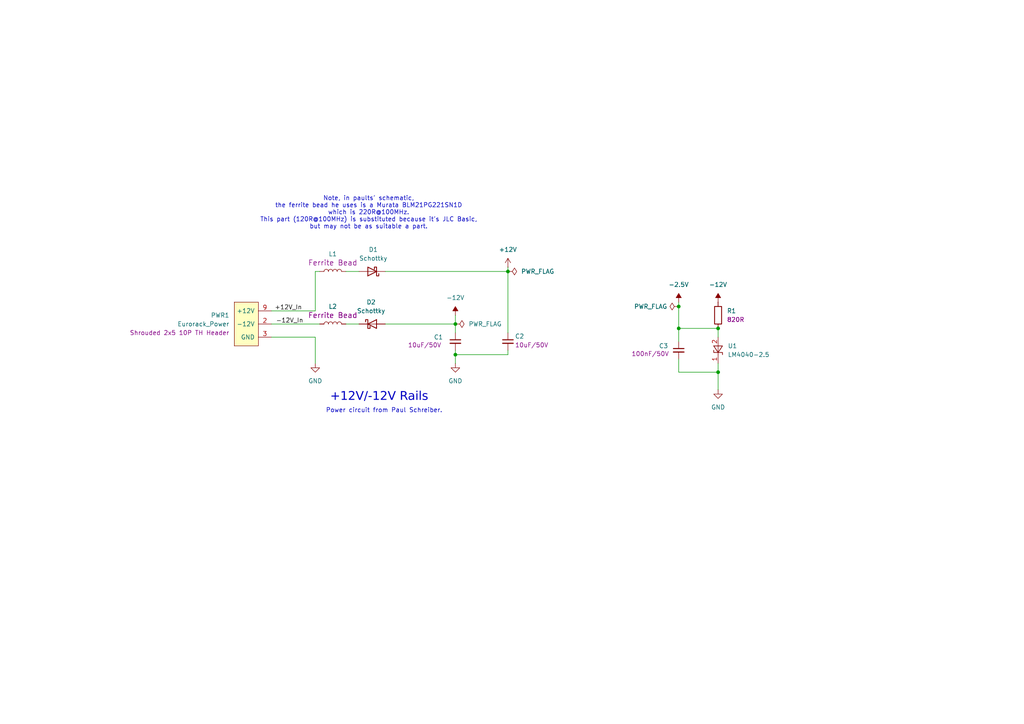
<source format=kicad_sch>
(kicad_sch (version 20250114) (generator "eeschema") (generator_version "9.0")
  (paper "A4")
  (lib_symbols
    (symbol "Lichen:100nF_0603_50V" (pin_numbers (hide yes)) (pin_names (offset 0.254) (hide yes))
      (property "Reference" "C20" (at 2.54 1.016 0))
      (property "Display" "100nF/50V" (at 2.54 -1.524 0))
      (symbol "100nF_0603_50V_0_1"
        (polyline (pts (xy -1.524 0.508) (xy 1.524 0.508)) (stroke (width 0.3048)))
        (polyline (pts (xy -1.524 -0.508) (xy 1.524 -0.508)) (stroke (width 0.3302)))
      )
      (symbol "100nF_0603_50V_1_1"
        (pin passive line (at 0 2.54 270) (length 2.032) (name "~") (number "1"))
        (pin passive line (at 0 -2.54 90) (length 2.032) (name "~") (number "2"))
      )
    )
    (symbol "Lichen:10uF_0805_50V" (pin_numbers (hide yes)) (pin_names (offset 0.254) (hide yes))
      (property "Reference" "C2" (at 2.54 1.2638 0))
      (property "Display" "10uF/50V" (at 2.032 -1.016 0))
      (symbol "10uF_0805_50V_0_1"
        (polyline (pts (xy -1.524 0.508) (xy 1.524 0.508)) (stroke (width 0.3048)))
        (polyline (pts (xy -1.524 -0.508) (xy 1.524 -0.508)) (stroke (width 0.3302)))
      )
      (symbol "10uF_0805_50V_1_1"
        (pin passive line (at 0 2.54 270) (length 2.032) (name "~") (number "1"))
        (pin passive line (at 0 -2.54 90) (length 2.032) (name "~") (number "2"))
      )
    )
    (symbol "Lichen:820R_0603" (pin_numbers (hide yes)) (pin_names (offset 0))
      (property "Reference" "R5" (at 6.35 0 90))
      (property "Display" "820R" (at 3.81 0 90))
      (symbol "820R_0603_0_1"
        (rectangle (start -1.016 -2.54) (end 1.016 2.54) (stroke (width 0.254)))
      )
      (symbol "820R_0603_1_1"
        (pin passive line (at 0 3.81 270) (length 1.27) (name "~") (number "1"))
        (pin passive line (at 0 -3.81 90) (length 1.27) (name "~") (number "2"))
      )
    )
    (symbol "Lichen:Eurorack_Power_2x5P_Shrouded_TH" (pin_names (offset 1.016))
      (property "Reference" "PWR1" (at -4.572 2.54 0))
      (property "Value" "Eurorack_Power" (at -4.572 0 0))
      (property "Description" "Shrouded 2x5 10P TH Header" (at -4.572 -2.54 0))
      (symbol "Eurorack_Power_2x5P_Shrouded_TH_0_1"
        (rectangle (start -3.175 6.35) (end 3.81 -6.35) (fill (type background)))
      )
      (symbol "Eurorack_Power_2x5P_Shrouded_TH_1_1"
        (pin passive line (at 7.62 3.81 180) (length 3.81) (hide yes) (name "+12V") (number "10"))
        (pin power_out line (at 7.62 3.81 180) (length 3.81) (name "+12V") (number "9"))
        (pin power_out line (at 7.62 0 180) (length 3.81) (hide yes) (name "-12V") (number "1"))
        (pin passive line (at 7.62 0 180) (length 3.81) (name "-12V") (number "2"))
        (pin power_out line (at 7.62 -3.81 180) (length 3.81) (name "GND") (number "3"))
        (pin passive line (at 7.62 -3.81 180) (length 3.81) (hide yes) (name "GND") (number "4"))
        (pin passive line (at 7.62 -3.81 180) (length 3.81) (hide yes) (name "GND") (number "5"))
        (pin passive line (at 7.62 -3.81 180) (length 3.81) (hide yes) (name "GND") (number "6"))
        (pin passive line (at 7.62 -3.81 180) (length 3.81) (hide yes) (name "GND") (number "7"))
        (pin passive line (at 7.62 -3.81 180) (length 3.81) (hide yes) (name "GND") (number "8"))
      )
    )
    (symbol "Lichen:FerriteBead_0603_JLC_Basic_for_Eurorack_Power" (pin_numbers (hide yes)) (pin_names (offset 1.016) (hide yes))
      (property "Reference" "L1" (at 5.08 0 90))
      (property "Display" "Ferrite Bead" (at 2.54 0 90))
      (symbol "FerriteBead_0603_JLC_Basic_for_Eurorack_Power_0_1"
        (arc (start 0 2.54) (mid 0.6323 1.905) (end 0 1.27))
        (arc (start 0 1.27) (mid 0.6323 0.635) (end 0 0))
        (arc (start 0 0) (mid 0.6323 -0.635) (end 0 -1.27))
        (arc (start 0 -1.27) (mid 0.6323 -1.905) (end 0 -2.54))
      )
      (symbol "FerriteBead_0603_JLC_Basic_for_Eurorack_Power_1_1"
        (pin passive line (at 0 3.81 270) (length 1.27) (name "1") (number "1"))
        (pin passive line (at 0 -3.81 90) (length 1.27) (name "2") (number "2"))
      )
    )
    (symbol "Lichen:Schottky_Diode" (pin_numbers (hide yes)) (pin_names (offset 1.016) (hide yes))
      (property "Reference" "D1" (at -0.3175 -6.35 0))
      (property "Value" "Schottky" (at -0.3175 -3.81 0))
      (symbol "Schottky_Diode_0_1"
        (polyline (pts (xy -1.905 0.635) (xy -1.905 1.27) (xy -1.27 1.27) (xy -1.27 -1.27) (xy -0.635 -1.27) (xy -0.635 -0.635)) (stroke (width 0.254)))
        (polyline (pts (xy 1.27 1.27) (xy 1.27 -1.27) (xy -1.27 0) (xy 1.27 1.27)) (stroke (width 0.254)))
        (polyline (pts (xy 1.27 0) (xy -1.27 0)))
      )
      (symbol "Schottky_Diode_1_1"
        (pin passive line (at -3.81 0 0) (length 2.54) (name "K") (number "1"))
        (pin passive line (at 3.81 0 180) (length 2.54) (name "A") (number "2"))
      )
    )
    (symbol "PCM_4ms_Reference:LM4040-2.5V" (pin_names (offset 0.0254) (hide yes))
      (property "Reference" "U" (at -2.4638 4.2418 0))
      (property "Value" "LM4040-2.5V" (at -2.54 2.54 0))
      (symbol "LM4040-2.5V_0_0"
        (pin no_connect line (at 2.54 5.08 180) (length 2.54) (hide yes) (name "NC") (number "3"))
      )
      (symbol "LM4040-2.5V_0_1"
        (polyline (pts (xy -1.27 0) (xy 0 0) (xy 1.27 0)))
        (polyline (pts (xy -1.27 -1.27) (xy 0.635 0) (xy -1.27 1.27) (xy -1.27 -1.27)) (stroke (width 0.2032)))
        (polyline (pts (xy 0 -1.27) (xy 0.635 -1.27) (xy 0.635 1.27) (xy 1.27 1.27)) (stroke (width 0.2032)))
      )
      (symbol "LM4040-2.5V_1_1"
        (pin passive line (at -3.81 0 0) (length 2.54) (name "A") (number "2"))
        (pin passive line (at 3.81 0 180) (length 2.54) (name "K") (number "1"))
      )
    )
    (symbol "power:+12V" (power) (pin_numbers (hide yes)) (pin_names (offset 0) (hide yes))
      (property "Value" "+12V" (at 0 3.556 0))
      (symbol "+12V_0_1"
        (polyline (pts (xy -0.762 1.27) (xy 0 2.54)))
        (polyline (pts (xy 0 2.54) (xy 0.762 1.27)))
        (polyline (pts (xy 0 0) (xy 0 2.54)))
      )
      (symbol "+12V_1_1"
        (pin power_in line (at 0 0 90) (length 0) (name "~") (number "1"))
      )
    )
    (symbol "power:-12V" (power) (pin_numbers (hide yes)) (pin_names (offset 0) (hide yes))
      (property "Value" "-12V" (at 0 3.556 0))
      (symbol "-12V_0_0"
        (pin power_in line (at 0 0 90) (length 0) (name "~") (number "1"))
      )
      (symbol "-12V_0_1"
        (polyline (pts (xy 0 0) (xy 0 1.27) (xy 0.762 1.27) (xy 0 2.54) (xy -0.762 1.27) (xy 0 1.27)) (fill (type outline)))
      )
    )
    (symbol "power:-5V" (power) (pin_numbers (hide yes)) (pin_names (offset 0) (hide yes))
      (property "Value" "-5V" (at 0 3.556 0))
      (symbol "-5V_0_0"
        (pin power_in line (at 0 0 90) (length 0) (name "~") (number "1"))
      )
      (symbol "-5V_0_1"
        (polyline (pts (xy 0 0) (xy 0 1.27) (xy 0.762 1.27) (xy 0 2.54) (xy -0.762 1.27) (xy 0 1.27)) (fill (type outline)))
      )
    )
    (symbol "power:GND" (power) (pin_numbers (hide yes)) (pin_names (offset 0) (hide yes))
      (property "Value" "GND" (at 0 -3.81 0))
      (symbol "GND_0_1"
        (polyline (pts (xy 0 0) (xy 0 -1.27) (xy 1.27 -1.27) (xy 0 -2.54) (xy -1.27 -1.27) (xy 0 -1.27)))
      )
      (symbol "GND_1_1"
        (pin power_in line (at 0 0 270) (length 0) (name "~") (number "1"))
      )
    )
    (symbol "power:PWR_FLAG" (power) (pin_numbers (hide yes)) (pin_names (offset 0) (hide yes))
      (property "Value" "PWR_FLAG" (at 0 3.81 0))
      (symbol "PWR_FLAG_0_0"
        (pin power_out line (at 0 0 90) (length 0) (name "~") (number "1"))
      )
      (symbol "PWR_FLAG_0_1"
        (polyline (pts (xy 0 0) (xy 0 1.27) (xy -1.016 1.905) (xy 0 2.54) (xy 1.016 1.905) (xy 0 1.27)))
      )
    )
  )
  (text "Note, in paults' schematic,\nthe ferrite bead he uses is a Murata BLM21PG221SN1D\nwhich is 220R@100MHz.\nThis part (120R@100MHz) is substituted because it's JLC Basic,\nbut may not be as suitable a part." (at 106.934 61.722 0) (effects (font (size 1.27 1.27))))
  (text "Power circuit from Paul Schreiber." (at 94.488 119.126 0) (effects (font (size 1.27 1.27)) (justify left)))
  (text "+12V/-12V Rails" (at 109.982 115.824 0) (effects (font (size 2.5 2.5))))
  (junction (at 196.85 88.9))
  (junction (at 208.28 95.25))
  (junction (at 132.08 93.98))
  (junction (at 196.85 95.25))
  (junction (at 132.08 102.87))
  (junction (at 147.32 78.74))
  (junction (at 208.28 107.95))
  (wire (pts (xy 132.08 102.87) (xy 132.08 101.6)))
  (wire (pts (xy 208.28 107.95) (xy 208.28 105.41)))
  (wire (pts (xy 196.85 104.14) (xy 196.85 107.95)))
  (wire (pts (xy 92.71 78.74) (xy 91.44 78.74)))
  (wire (pts (xy 208.28 95.25) (xy 208.28 97.79)))
  (wire (pts (xy 196.85 107.95) (xy 208.28 107.95)))
  (wire (pts (xy 147.32 101.6) (xy 147.32 102.87)))
  (wire (pts (xy 196.85 95.25) (xy 196.85 99.06)))
  (wire (pts (xy 91.44 97.79) (xy 78.74 97.79)))
  (wire (pts (xy 78.74 93.98) (xy 92.71 93.98)))
  (wire (pts (xy 132.08 91.44) (xy 132.08 93.98)))
  (wire (pts (xy 111.76 93.98) (xy 132.08 93.98)))
  (wire (pts (xy 91.44 90.17) (xy 78.74 90.17)))
  (wire (pts (xy 208.28 113.03) (xy 208.28 107.95)))
  (wire (pts (xy 100.33 93.98) (xy 104.14 93.98)))
  (wire (pts (xy 147.32 78.74) (xy 147.32 77.47)))
  (wire (pts (xy 132.08 105.41) (xy 132.08 102.87)))
  (wire (pts (xy 147.32 78.74) (xy 147.32 96.52)))
  (wire (pts (xy 104.14 78.74) (xy 100.33 78.74)))
  (wire (pts (xy 91.44 97.79) (xy 91.44 105.41)))
  (wire (pts (xy 111.76 78.74) (xy 147.32 78.74)))
  (wire (pts (xy 91.44 78.74) (xy 91.44 90.17)))
  (wire (pts (xy 196.85 87.63) (xy 196.85 88.9)))
  (wire (pts (xy 196.85 95.25) (xy 208.28 95.25)))
  (wire (pts (xy 132.08 102.87) (xy 147.32 102.87)))
  (wire (pts (xy 196.85 88.9) (xy 196.85 95.25)))
  (wire (pts (xy 132.08 96.52) (xy 132.08 93.98)))
  (label "+12V_In" (at 87.63 90.17 180))
  (label "-12V_In" (at 80.01 93.98 0))
  (symbol (lib_id "power:PWR_FLAG") (at 147.32 78.74 270) (unit 1)
    (property "Reference" "#FLG02" (effects (hide yes)))
    (property "Value" "PWR_FLAG" (at 151.13 78.7399 90) (effects (justify left)))
    (property "Description" "Special symbol for telling ERC where power comes from" (effects (hide yes)))
  )
  (symbol (lib_id "Lichen:820R_0603") (at 208.28 91.44 0) (unit 1)
    (property "Reference" "R1" (at 210.82 90.1699 0) (effects (justify left)))
    (property "Value" "470R_0603" (effects (hide yes)))
    (property "Footprint" "Lichen:R_0603" (effects (hide yes)))
    (property "Description" "510R, 1%, 1/10W, 0603" (effects (hide yes)))
    (property "Specifications" "820R, 1%, 1/10W, 0603" (effects (hide yes)))
    (property "Manufacturer" "UNI-ROYAL" (effects (hide yes)))
    (property "Part Number" "0603WAF8200T5E" (effects (hide yes)))
    (property "Display" "820R" (at 210.82 92.7099 0) (effects (justify left)))
    (property "LCSC" "C23179" (effects (hide yes)))
    (property "JLCPCB ID" "C23253" (effects (hide yes)))
  )
  (symbol (lib_id "power:GND") (at 132.08 105.41 0) (unit 1)
    (property "Reference" "#PWR015" (effects (hide yes)))
    (property "Value" "GND" (at 132.08 110.49 0))
    (property "Description" "Power symbol creates a global label with name \"GND\" , ground" (effects (hide yes)))
    (instances (project "" (path "" (reference "#PWR03") (unit 1))) (project "lichen-crustose" (path "" (reference "#PWR015") (unit 1))))
  )
  (symbol (lib_id "Lichen:10uF_0805_50V") (at 147.32 99.06 0) (unit 1)
    (property "Reference" "C2" (at 149.352 97.536 0) (effects (justify left)))
    (property "Value" "10uF_0805_25V" (effects (hide yes)))
    (property "Footprint" "Lichen:C_0805" (effects (hide yes)))
    (property "Description" "50V 10uF X5R ±10% 0805 MLCC SMD" (effects (hide yes)))
    (property "Specifications" "50V 10uF X5R ±10% 0805 MLCC SMD" (effects (hide yes)))
    (property "Manufacturer" "Murata Electronics" (effects (hide yes)))
    (property "Part Number" "GRM21BR61H106KE43L" (effects (hide yes)))
    (property "Display" "10uF/50V" (at 149.352 100.076 0) (effects (justify left)))
    (property "LCSC" "C440198" (effects (hide yes)))
  )
  (symbol (lib_id "Lichen:FerriteBead_0603_JLC_Basic_for_Eurorack_Power") (at 96.52 93.98 90) (unit 1)
    (property "Reference" "L2" (at 96.52 88.9 90))
    (property "Value" "FerriteBead_0603_2A" (effects (hide yes)))
    (property "Footprint" "Lichen:R_0603" (effects (hide yes)))
    (property "Datasheet" "https://jlcpcb.com/api/file/downloadByFileSystemAccessId/8588900229559300096" (effects (hide yes)))
    (property "Description" "120Ω@100MHz 2A 50mΩ ±25% 0603 Ferrite Beads" (effects (hide yes)))
    (property "Specifications" "120Ω@100MHz 2A 50mΩ ±25% 0603 Ferrite Beads" (effects (hide yes)))
    (property "Manufacturer" "Murata Electronics" (effects (hide yes)))
    (property "Part Number" "BLM18PG121SN1D" (effects (hide yes)))
    (property "Display" "Ferrite Bead" (at 96.52 91.44 90) (effects (font (size 1.524 1.524))))
    (property "LCSC" "C14709" (effects (hide yes)))
  )
  (symbol (lib_id "Lichen:10uF_0805_50V") (at 132.08 99.06 0) (unit 1)
    (property "Reference" "C1" (at 128.524 97.79 0) (effects (justify right)))
    (property "Value" "10uF_0805_25V" (effects (hide yes)))
    (property "Footprint" "Lichen:C_0805" (effects (hide yes)))
    (property "Description" "50V 10uF X5R ±10% 0805 MLCC SMD" (effects (hide yes)))
    (property "Specifications" "50V 10uF X5R ±10% 0805 MLCC SMD" (effects (hide yes)))
    (property "Manufacturer" "Murata Electronics" (effects (hide yes)))
    (property "Part Number" "GRM21BR61H106KE43L" (effects (hide yes)))
    (property "Display" "10uF/50V" (at 128.016 100.076 0) (effects (justify right)))
    (property "LCSC" "C440198" (effects (hide yes)))
  )
  (symbol (lib_id "power:PWR_FLAG") (at 196.85 88.9 90) (unit 1)
    (property "Reference" "#FLG03" (effects (hide yes)))
    (property "Value" "PWR_FLAG" (at 188.722 88.9 90))
    (property "Description" "Special symbol for telling ERC where power comes from" (effects (hide yes)))
  )
  (symbol (lib_id "Lichen:100nF_0603_50V") (at 196.85 101.6 0) (unit 1)
    (property "Reference" "C3" (at 193.802 100.33 0) (effects (justify right)))
    (property "Value" "100nF_0603_50V" (effects (hide yes)))
    (property "Footprint" "Lichen:C_0603" (effects (hide yes)))
    (property "Description" "50V 100nF X7R ±10% 0603 MLCC" (effects (hide yes)))
    (property "Manufacturer" "YAGEO" (effects (hide yes)))
    (property "Part Number" "CC0603KRX7R9BB104 " (effects (hide yes)))
    (property "Display" "100nF/50V" (at 183.134 102.616 0) (effects (justify left)))
    (property "LCSC" "C14663" (effects (hide yes)))
  )
  (symbol (lib_id "power:-12V") (at 208.28 87.63 0) (unit 1)
    (property "Reference" "#PWR018" (effects (hide yes)))
    (property "Value" "-12V" (at 208.28 82.55 0))
    (property "Description" "Power symbol creates a global label with name \"-12V\"" (effects (hide yes)))
  )
  (symbol (lib_id "power:+12V") (at 147.32 77.47 0) (unit 1)
    (property "Reference" "#PWR016" (effects (hide yes)))
    (property "Value" "+12V" (at 147.32 72.39 0))
    (property "Description" "Power symbol creates a global label with name \"+12V\"" (effects (hide yes)))
    (instances (project "" (path "" (reference "#PWR04") (unit 1))) (project "lichen-crustose" (path "" (reference "#PWR016") (unit 1))))
  )
  (symbol (lib_id "Lichen:Schottky_Diode") (at 107.95 93.98 0) (unit 1)
    (property "Reference" "D2" (at 107.6325 87.63 0))
    (property "Value" "Schottky" (at 107.6325 90.17 0))
    (property "Footprint" "Diode_SMD:D_SMB_Handsoldering" (effects (hide yes)))
    (property "Datasheet" "https://www.lcsc.com/datasheet/lcsc_datasheet_2409301604_STMicroelectronics-STPS1L30U_C222239.pdf" (effects (hide yes)))
    (property "Description" "Schottky diode" (effects (hide yes)))
    (property "Manufacturer" "STMicroelectronics" (effects (hide yes)))
    (property "Part Number" "STPS1L30U" (effects (hide yes)))
    (property "LCSC" "C222239" (effects (hide yes)))
    (property "JLCPCB ID" "C222239" (effects (hide yes)))
  )
  (symbol (lib_id "power:-5V") (at 196.85 87.63 0) (unit 1)
    (property "Reference" "#PWR017" (effects (hide yes)))
    (property "Value" "-2.5V" (at 196.85 82.55 0))
    (property "Description" "Power symbol creates a global label with name \"-5V\"" (effects (hide yes)))
  )
  (symbol (lib_id "Lichen:FerriteBead_0603_JLC_Basic_for_Eurorack_Power") (at 96.52 78.74 90) (unit 1)
    (property "Reference" "L1" (at 96.52 73.66 90))
    (property "Value" "FerriteBead_0603_2A" (effects (hide yes)))
    (property "Footprint" "Lichen:R_0603" (effects (hide yes)))
    (property "Datasheet" "https://jlcpcb.com/api/file/downloadByFileSystemAccessId/8588900229559300096" (effects (hide yes)))
    (property "Description" "120Ω@100MHz 2A 50mΩ ±25% 0603 Ferrite Beads" (effects (hide yes)))
    (property "Specifications" "120Ω@100MHz 2A 50mΩ ±25% 0603 Ferrite Beads" (effects (hide yes)))
    (property "Manufacturer" "Murata Electronics" (effects (hide yes)))
    (property "Part Number" "BLM18PG121SN1D" (effects (hide yes)))
    (property "Display" "Ferrite Bead" (at 96.52 76.2 90) (effects (font (size 1.524 1.524))))
    (property "LCSC" "C14709" (effects (hide yes)))
  )
  (symbol (lib_id "Lichen:Schottky_Diode") (at 107.95 78.74 180) (unit 1)
    (property "Reference" "D1" (at 108.2675 72.39 0))
    (property "Value" "Schottky" (at 108.2675 74.93 0))
    (property "Footprint" "Diode_SMD:D_SMB_Handsoldering" (effects (hide yes)))
    (property "Datasheet" "https://www.lcsc.com/datasheet/lcsc_datasheet_2409301604_STMicroelectronics-STPS1L30U_C222239.pdf" (effects (hide yes)))
    (property "Description" "Schottky diode" (effects (hide yes)))
    (property "Manufacturer" "STMicroelectronics" (effects (hide yes)))
    (property "Part Number" "STPS1L30U" (effects (hide yes)))
    (property "JLCPCB ID" "C222239" (effects (hide yes)))
  )
  (symbol (lib_id "Lichen:Eurorack_Power_2x5P_Shrouded_TH") (at 71.12 93.98 0) (unit 1)
    (property "Reference" "PWR1" (at 66.548 91.44 0) (effects (justify right)))
    (property "Value" "Eurorack_Power" (at 66.548 93.98 0) (effects (justify right)))
    (property "Footprint" "Lichen:Eurorack_Power_Shrouded_TH_Staggered" (effects (hide yes)))
    (property "Description" "Shrouded 2x5 10P TH Header" (at 66.548 96.52 0) (effects (justify right)))
  )
  (symbol (lib_id "power:GND") (at 91.44 105.41 0) (unit 1)
    (property "Reference" "#PWR013" (effects (hide yes)))
    (property "Value" "GND" (at 91.44 110.49 0))
    (property "Description" "Power symbol creates a global label with name \"GND\" , ground" (effects (hide yes)))
    (instances (project "" (path "" (reference "#PWR01") (unit 1))) (project "lichen-crustose" (path "" (reference "#PWR013") (unit 1))))
  )
  (symbol (lib_id "power:PWR_FLAG") (at 132.08 93.98 270) (unit 1)
    (property "Reference" "#FLG01" (effects (hide yes)))
    (property "Value" "PWR_FLAG" (at 135.89 93.9799 90) (effects (justify left)))
    (property "Description" "Special symbol for telling ERC where power comes from" (effects (hide yes)))
  )
  (symbol (lib_id "power:-12V") (at 132.08 91.44 0) (unit 1)
    (property "Reference" "#PWR014" (effects (hide yes)))
    (property "Value" "-12V" (at 132.08 86.36 0))
    (property "Description" "Power symbol creates a global label with name \"-12V\"" (effects (hide yes)))
    (instances (project "" (path "" (reference "#PWR02") (unit 1))) (project "lichen-crustose" (path "" (reference "#PWR014") (unit 1))))
  )
  (symbol (lib_id "power:GND") (at 208.28 113.03 0) (unit 1)
    (property "Reference" "#PWR019" (effects (hide yes)))
    (property "Value" "GND" (at 208.28 118.11 0))
    (property "Description" "Power symbol creates a global label with name \"GND\" , ground" (effects (hide yes)))
  )
  (symbol (lib_id "PCM_4ms_Reference:LM4040-2.5V") (at 208.28 101.6 270) (unit 1)
    (property "Reference" "U1" (at 211.074 100.33 90) (effects (justify left)))
    (property "Value" "LM4040-2.5" (at 211.074 102.87 90) (effects (justify left)))
    (property "Footprint" "PCM_4ms_Package_SOT:SOT23-3_PO132" (effects (hide yes)))
    (property "Datasheet" "https://www.mouser.com/datasheet/2/115/LM4040-1293030.pdf" (effects (hide yes)))
    (property "Description" "Precision Micropower 2.5V Shunt Voltage Reference, SOT-23" (effects (hide yes)))
    (property "Specifications" "Voltage Reference 2.5V 0.2%, Imax=15mA, 20ppm/C" (effects (hide yes)))
    (property "Manufacturer" "Diodes Incorporated" (effects (hide yes)))
    (property "Part Number" "LM4040B25FTA" (effects (hide yes)))
    (property "Manufacturer 2" "Texas Instruments" (effects (hide yes)))
    (property "Part Number 2" "LM4040EIM3X-2.5/NOPB" (effects (hide yes)))
    (property "LCSC" "C460607" (effects (hide yes)))
  )
)
</source>
